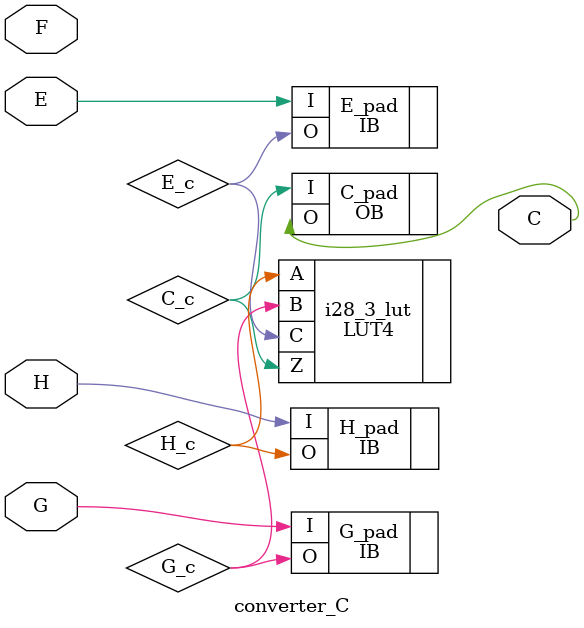
<source format=v>

module converter_C (H, G, F, E, C) /* synthesis syn_module_defined=1 */ ;   // d:/rtl_fpga/verilog/coder_decoder/module_c.v(1[8:19])
    input H;   // d:/rtl_fpga/verilog/coder_decoder/module_c.v(2[7:8])
    input G;   // d:/rtl_fpga/verilog/coder_decoder/module_c.v(2[9:10])
    input F;   // d:/rtl_fpga/verilog/coder_decoder/module_c.v(2[11:12])
    input E;   // d:/rtl_fpga/verilog/coder_decoder/module_c.v(2[13:14])
    output C;   // d:/rtl_fpga/verilog/coder_decoder/module_c.v(3[8:9])
    
    
    wire H_c, G_c, E_c, C_c, VCC_net, GND_net;
    
    VHI i30 (.Z(VCC_net));
    LUT4 i28_3_lut (.A(H_c), .B(G_c), .C(E_c), .Z(C_c)) /* synthesis lut_function=(!(A (B)+!A !(B (C)))) */ ;   // d:/rtl_fpga/verilog/coder_decoder/module_c.v(6[12:33])
    defparam i28_3_lut.init = 16'h6262;
    GSR GSR_INST (.GSR(VCC_net));
    VLO i37 (.Z(GND_net));
    OB C_pad (.I(C_c), .O(C));   // d:/rtl_fpga/verilog/coder_decoder/module_c.v(3[8:9])
    IB H_pad (.I(H), .O(H_c));   // d:/rtl_fpga/verilog/coder_decoder/module_c.v(2[7:8])
    IB G_pad (.I(G), .O(G_c));   // d:/rtl_fpga/verilog/coder_decoder/module_c.v(2[9:10])
    IB E_pad (.I(E), .O(E_c));   // d:/rtl_fpga/verilog/coder_decoder/module_c.v(2[13:14])
    PUR PUR_INST (.PUR(VCC_net));
    defparam PUR_INST.RST_PULSE = 1;
    
endmodule
//
// Verilog Description of module PUR
// module not written out since it is a black-box. 
//


</source>
